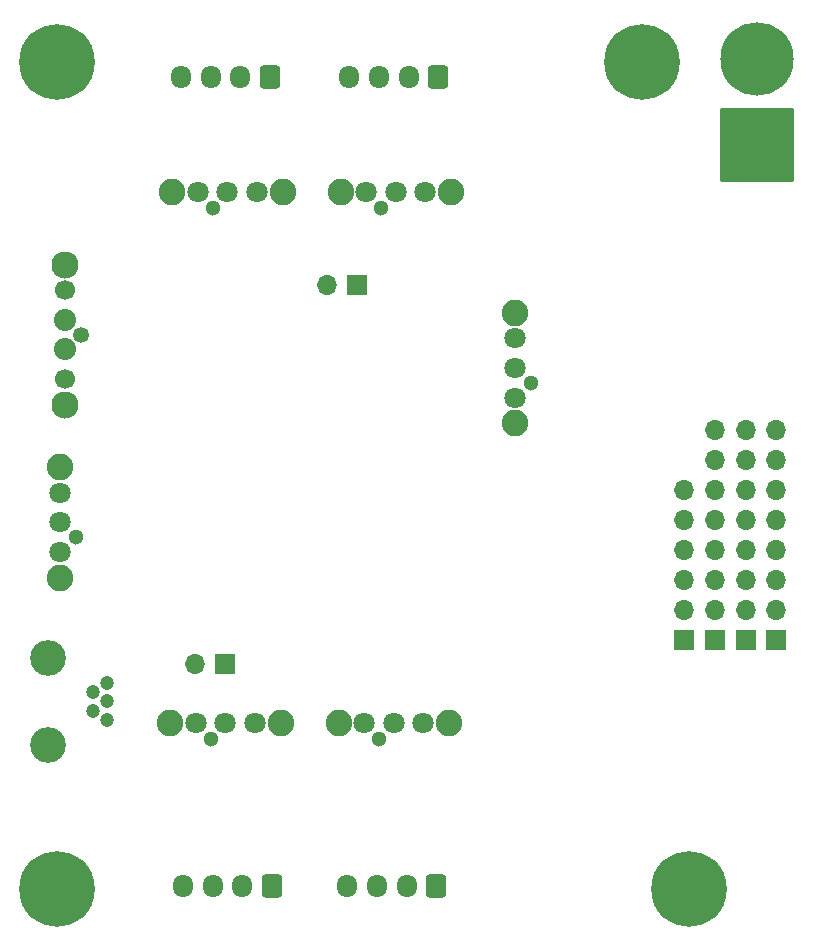
<source format=gbr>
%TF.GenerationSoftware,KiCad,Pcbnew,8.0.7*%
%TF.CreationDate,2025-04-09T11:56:33+02:00*%
%TF.ProjectId,PCB_CDFR,5043425f-4344-4465-922e-6b696361645f,rev?*%
%TF.SameCoordinates,Original*%
%TF.FileFunction,Soldermask,Bot*%
%TF.FilePolarity,Negative*%
%FSLAX46Y46*%
G04 Gerber Fmt 4.6, Leading zero omitted, Abs format (unit mm)*
G04 Created by KiCad (PCBNEW 8.0.7) date 2025-04-09 11:56:33*
%MOMM*%
%LPD*%
G01*
G04 APERTURE LIST*
G04 Aperture macros list*
%AMRoundRect*
0 Rectangle with rounded corners*
0 $1 Rounding radius*
0 $2 $3 $4 $5 $6 $7 $8 $9 X,Y pos of 4 corners*
0 Add a 4 corners polygon primitive as box body*
4,1,4,$2,$3,$4,$5,$6,$7,$8,$9,$2,$3,0*
0 Add four circle primitives for the rounded corners*
1,1,$1+$1,$2,$3*
1,1,$1+$1,$4,$5*
1,1,$1+$1,$6,$7*
1,1,$1+$1,$8,$9*
0 Add four rect primitives between the rounded corners*
20,1,$1+$1,$2,$3,$4,$5,0*
20,1,$1+$1,$4,$5,$6,$7,0*
20,1,$1+$1,$6,$7,$8,$9,0*
20,1,$1+$1,$8,$9,$2,$3,0*%
G04 Aperture macros list end*
%ADD10R,1.700000X1.700000*%
%ADD11O,1.700000X1.700000*%
%ADD12C,3.600000*%
%ADD13C,6.400000*%
%ADD14RoundRect,0.250000X0.600000X0.725000X-0.600000X0.725000X-0.600000X-0.725000X0.600000X-0.725000X0*%
%ADD15O,1.700000X1.950000*%
%ADD16C,1.300000*%
%ADD17C,1.800000*%
%ADD18C,2.250000*%
%ADD19C,1.200000*%
%ADD20C,3.030000*%
%ADD21C,6.204000*%
%ADD22RoundRect,0.102000X3.000000X-3.000000X3.000000X3.000000X-3.000000X3.000000X-3.000000X-3.000000X0*%
%ADD23C,1.350000*%
%ADD24C,1.700000*%
%ADD25C,1.875000*%
%ADD26C,2.300000*%
G04 APERTURE END LIST*
D10*
%TO.C,FREE_PIN_1*%
X139600000Y-77975000D03*
D11*
X139600000Y-75435000D03*
X139600000Y-72895000D03*
X139600000Y-70355000D03*
X139600000Y-67815000D03*
X139600000Y-65275000D03*
%TD*%
D10*
%TO.C,GND_1*%
X144800000Y-77975000D03*
D11*
X144800000Y-75435000D03*
X144800000Y-72895000D03*
X144800000Y-70355000D03*
X144800000Y-67815000D03*
X144800000Y-65275000D03*
X144800000Y-62735000D03*
X144800000Y-60195000D03*
%TD*%
D10*
%TO.C,FREE_PIN_3*%
X100700000Y-80000000D03*
D11*
X98160000Y-80000000D03*
%TD*%
D12*
%TO.C,H3*%
X86500000Y-99000000D03*
D13*
X86500000Y-99000000D03*
%TD*%
D14*
%TO.C,ENC4*%
X118580000Y-98750000D03*
D15*
X116080000Y-98750000D03*
X113580000Y-98750000D03*
X111080000Y-98750000D03*
%TD*%
D16*
%TO.C,UART_HEDGEHOG1*%
X126590000Y-56170000D03*
D17*
X125250000Y-57420000D03*
X125250000Y-54920000D03*
X125250000Y-52420000D03*
D18*
X125250000Y-59590000D03*
X125250000Y-50250000D03*
%TD*%
D14*
%TO.C,ENC1*%
X104500000Y-30250000D03*
D15*
X102000000Y-30250000D03*
X99500000Y-30250000D03*
X97000000Y-30250000D03*
%TD*%
D19*
%TO.C,MINIUSB1*%
X90750000Y-81550000D03*
X89550000Y-82350000D03*
X90750000Y-83150000D03*
X89550000Y-83950000D03*
X90750000Y-84750000D03*
D20*
X85700000Y-79500000D03*
X85700000Y-86800000D03*
%TD*%
D16*
%TO.C,MOTOR2*%
X113920000Y-41340000D03*
D17*
X112670000Y-40000000D03*
X115170000Y-40000000D03*
X117670000Y-40000000D03*
D18*
X110500000Y-40000000D03*
X119840000Y-40000000D03*
%TD*%
D10*
%TO.C,5V_1*%
X142200000Y-77975000D03*
D11*
X142200000Y-75435000D03*
X142200000Y-72895000D03*
X142200000Y-70355000D03*
X142200000Y-67815000D03*
X142200000Y-65275000D03*
X142200000Y-62735000D03*
X142200000Y-60195000D03*
%TD*%
D14*
%TO.C,ENC2*%
X118750000Y-30250000D03*
D15*
X116250000Y-30250000D03*
X113750000Y-30250000D03*
X111250000Y-30250000D03*
%TD*%
D12*
%TO.C,H1*%
X86500000Y-29000000D03*
D13*
X86500000Y-29000000D03*
%TD*%
D16*
%TO.C,MOTOR1*%
X99670000Y-41340000D03*
D17*
X98420000Y-40000000D03*
X100920000Y-40000000D03*
X103420000Y-40000000D03*
D18*
X96250000Y-40000000D03*
X105590000Y-40000000D03*
%TD*%
D12*
%TO.C,H2*%
X136000000Y-29000000D03*
D13*
X136000000Y-29000000D03*
%TD*%
D21*
%TO.C,POWER_1*%
X145750000Y-28800000D03*
D22*
X145750000Y-36000000D03*
%TD*%
D10*
%TO.C,3V3_1*%
X147400000Y-77975000D03*
D11*
X147400000Y-75435000D03*
X147400000Y-72895000D03*
X147400000Y-70355000D03*
X147400000Y-67815000D03*
X147400000Y-65275000D03*
X147400000Y-62735000D03*
X147400000Y-60195000D03*
%TD*%
D12*
%TO.C,H4*%
X140000000Y-99000000D03*
D13*
X140000000Y-99000000D03*
%TD*%
D16*
%TO.C,URGENCE1*%
X88090000Y-69250000D03*
D17*
X86750000Y-70500000D03*
X86750000Y-68000000D03*
X86750000Y-65500000D03*
D18*
X86750000Y-72670000D03*
X86750000Y-63330000D03*
%TD*%
D10*
%TO.C,FREE_PIN_2*%
X111875000Y-47900000D03*
D11*
X109335000Y-47900000D03*
%TD*%
D23*
%TO.C,UART_LIDAR1*%
X88500000Y-52100000D03*
D24*
X87160000Y-55850000D03*
D25*
X87160000Y-53350000D03*
X87160000Y-50850000D03*
D24*
X87160000Y-48350000D03*
D26*
X87160000Y-58020000D03*
X87160000Y-46180000D03*
%TD*%
D16*
%TO.C,MOTOR3*%
X99500000Y-86340000D03*
D17*
X98250000Y-85000000D03*
X100750000Y-85000000D03*
X103250000Y-85000000D03*
D18*
X96080000Y-85000000D03*
X105420000Y-85000000D03*
%TD*%
D14*
%TO.C,ENC3*%
X104670000Y-98750000D03*
D15*
X102170000Y-98750000D03*
X99670000Y-98750000D03*
X97170000Y-98750000D03*
%TD*%
D16*
%TO.C,MOTOR4*%
X113750000Y-86340000D03*
D17*
X112500000Y-85000000D03*
X115000000Y-85000000D03*
X117500000Y-85000000D03*
D18*
X110330000Y-85000000D03*
X119670000Y-85000000D03*
%TD*%
M02*

</source>
